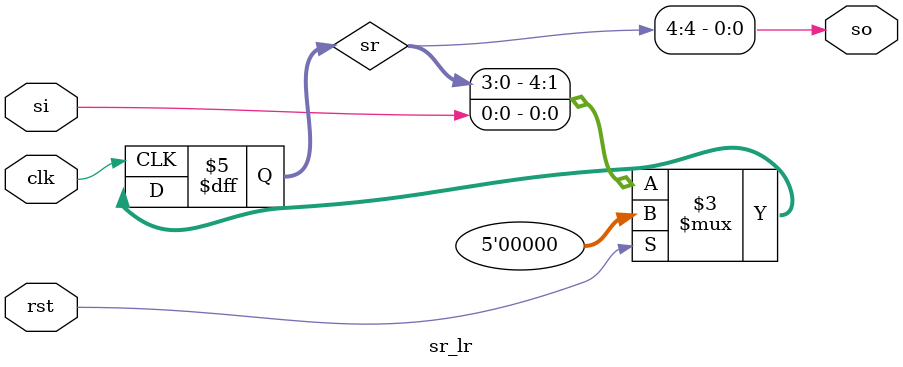
<source format=v>
/***********************************************************
File Name:	sr_lr.v
Author: 	Kevan Thompson
Date:		March 24, 2024
Description: A 4 bit left to right shift register

***********************************************************/
module sr_lr(
    input clk,
    input rst,
    input si,   //Serial In
    output so   //Serial Out
);

reg [4:0] sr;    //shift register

always@(posedge clk) 
    if(rst) begin 
        sr <= 4'd0;
    end
    else begin
        sr <= {sr[3:0],si};
    end
    
assign so = sr[4];
    
endmodule
</source>
